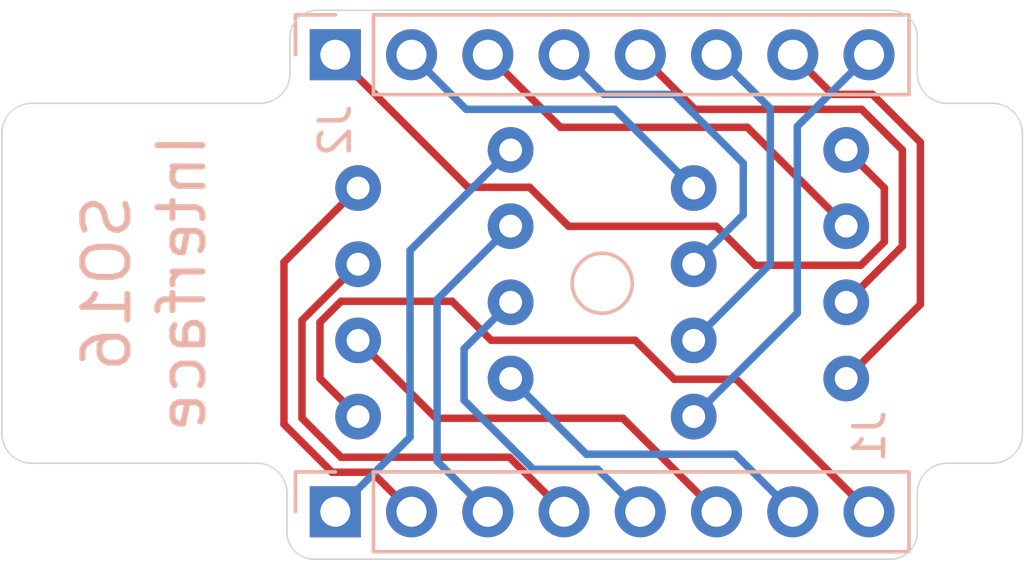
<source format=kicad_pcb>
(kicad_pcb (version 20171130) (host pcbnew 5.1.4+dfsg1-1)

  (general
    (thickness 1.6)
    (drawings 26)
    (tracks 85)
    (zones 0)
    (modules 3)
    (nets 17)
  )

  (page A4)
  (layers
    (0 F.Cu signal)
    (31 B.Cu signal)
    (32 B.Adhes user)
    (33 F.Adhes user)
    (34 B.Paste user)
    (35 F.Paste user)
    (36 B.SilkS user)
    (37 F.SilkS user)
    (38 B.Mask user)
    (39 F.Mask user)
    (40 Dwgs.User user hide)
    (41 Cmts.User user)
    (42 Eco1.User user)
    (43 Eco2.User user)
    (44 Edge.Cuts user)
    (45 Margin user)
    (46 B.CrtYd user hide)
    (47 F.CrtYd user hide)
    (48 B.Fab user)
    (49 F.Fab user hide)
  )

  (setup
    (last_trace_width 0.25)
    (trace_clearance 0.2)
    (zone_clearance 0.508)
    (zone_45_only no)
    (trace_min 0.2)
    (via_size 0.8)
    (via_drill 0.4)
    (via_min_size 0.4)
    (via_min_drill 0.3)
    (uvia_size 0.3)
    (uvia_drill 0.1)
    (uvias_allowed no)
    (uvia_min_size 0.2)
    (uvia_min_drill 0.1)
    (edge_width 0.05)
    (segment_width 0.2)
    (pcb_text_width 0.3)
    (pcb_text_size 1.5 1.5)
    (mod_edge_width 0.12)
    (mod_text_size 1 1)
    (mod_text_width 0.15)
    (pad_size 1.524 1.524)
    (pad_drill 0.762)
    (pad_to_mask_clearance 0.051)
    (solder_mask_min_width 0.25)
    (aux_axis_origin 0 0)
    (visible_elements FFFFF77F)
    (pcbplotparams
      (layerselection 0x010f0_ffffffff)
      (usegerberextensions false)
      (usegerberattributes false)
      (usegerberadvancedattributes false)
      (creategerberjobfile false)
      (excludeedgelayer true)
      (linewidth 0.100000)
      (plotframeref false)
      (viasonmask false)
      (mode 1)
      (useauxorigin false)
      (hpglpennumber 1)
      (hpglpenspeed 20)
      (hpglpendiameter 15.000000)
      (psnegative false)
      (psa4output false)
      (plotreference true)
      (plotvalue false)
      (plotinvisibletext false)
      (padsonsilk false)
      (subtractmaskfromsilk false)
      (outputformat 1)
      (mirror false)
      (drillshape 0)
      (scaleselection 1)
      (outputdirectory "SO16-Gerbs/"))
  )

  (net 0 "")
  (net 1 "Net-(Conn1-Pad8)")
  (net 2 "Net-(Conn1-Pad7)")
  (net 3 "Net-(Conn1-Pad6)")
  (net 4 "Net-(Conn1-Pad5)")
  (net 5 "Net-(Conn1-Pad4)")
  (net 6 "Net-(Conn1-Pad3)")
  (net 7 "Net-(Conn1-Pad2)")
  (net 8 "Net-(Conn1-Pad1)")
  (net 9 "Net-(Conn1-Pad9)")
  (net 10 "Net-(Conn1-Pad10)")
  (net 11 "Net-(Conn1-Pad11)")
  (net 12 "Net-(Conn1-Pad12)")
  (net 13 "Net-(Conn1-Pad13)")
  (net 14 "Net-(Conn1-Pad14)")
  (net 15 "Net-(Conn1-Pad15)")
  (net 16 "Net-(Conn1-Pad16)")

  (net_class Default "This is the default net class."
    (clearance 0.2)
    (trace_width 0.25)
    (via_dia 0.8)
    (via_drill 0.4)
    (uvia_dia 0.3)
    (uvia_drill 0.1)
    (add_net "Net-(Conn1-Pad1)")
    (add_net "Net-(Conn1-Pad10)")
    (add_net "Net-(Conn1-Pad11)")
    (add_net "Net-(Conn1-Pad12)")
    (add_net "Net-(Conn1-Pad13)")
    (add_net "Net-(Conn1-Pad14)")
    (add_net "Net-(Conn1-Pad15)")
    (add_net "Net-(Conn1-Pad16)")
    (add_net "Net-(Conn1-Pad2)")
    (add_net "Net-(Conn1-Pad3)")
    (add_net "Net-(Conn1-Pad4)")
    (add_net "Net-(Conn1-Pad5)")
    (add_net "Net-(Conn1-Pad6)")
    (add_net "Net-(Conn1-Pad7)")
    (add_net "Net-(Conn1-Pad8)")
    (add_net "Net-(Conn1-Pad9)")
  )

  (module Connector_PinHeader_2.54mm:PinHeader_1x08_P2.54mm_Vertical (layer B.Cu) (tedit 59FED5CC) (tstamp 5F189DA5)
    (at 91.11 107.62 270)
    (descr "Through hole straight pin header, 1x08, 2.54mm pitch, single row")
    (tags "Through hole pin header THT 1x08 2.54mm single row")
    (path /5EF0CC18)
    (fp_text reference J1 (at -2.52 -17.79 270) (layer B.SilkS)
      (effects (font (size 1 1) (thickness 0.15)) (justify mirror))
    )
    (fp_text value Conn_01x08_Male (at 0 -20.11 270) (layer B.Fab) hide
      (effects (font (size 1 1) (thickness 0.15)) (justify mirror))
    )
    (fp_text user %R (at 2.75 -8.75) (layer B.Fab) hide
      (effects (font (size 1 1) (thickness 0.15)) (justify mirror))
    )
    (fp_line (start 1.8 1.8) (end -1.8 1.8) (layer B.CrtYd) (width 0.05))
    (fp_line (start 1.8 -19.55) (end 1.8 1.8) (layer B.CrtYd) (width 0.05))
    (fp_line (start -1.8 -19.55) (end 1.8 -19.55) (layer B.CrtYd) (width 0.05))
    (fp_line (start -1.8 1.8) (end -1.8 -19.55) (layer B.CrtYd) (width 0.05))
    (fp_line (start -1.33 1.33) (end 0 1.33) (layer B.SilkS) (width 0.12))
    (fp_line (start -1.33 0) (end -1.33 1.33) (layer B.SilkS) (width 0.12))
    (fp_line (start -1.33 -1.27) (end 1.33 -1.27) (layer B.SilkS) (width 0.12))
    (fp_line (start 1.33 -1.27) (end 1.33 -19.11) (layer B.SilkS) (width 0.12))
    (fp_line (start -1.33 -1.27) (end -1.33 -19.11) (layer B.SilkS) (width 0.12))
    (fp_line (start -1.33 -19.11) (end 1.33 -19.11) (layer B.SilkS) (width 0.12))
    (fp_line (start -1.27 0.635) (end -0.635 1.27) (layer B.Fab) (width 0.1))
    (fp_line (start -1.27 -19.05) (end -1.27 0.635) (layer B.Fab) (width 0.1))
    (fp_line (start 1.27 -19.05) (end -1.27 -19.05) (layer B.Fab) (width 0.1))
    (fp_line (start 1.27 1.27) (end 1.27 -19.05) (layer B.Fab) (width 0.1))
    (fp_line (start -0.635 1.27) (end 1.27 1.27) (layer B.Fab) (width 0.1))
    (pad 8 thru_hole oval (at 0 -17.78 270) (size 1.7 1.7) (drill 1) (layers *.Cu *.Mask)
      (net 1 "Net-(Conn1-Pad8)"))
    (pad 7 thru_hole oval (at 0 -15.24 270) (size 1.7 1.7) (drill 1) (layers *.Cu *.Mask)
      (net 2 "Net-(Conn1-Pad7)"))
    (pad 6 thru_hole oval (at 0 -12.7 270) (size 1.7 1.7) (drill 1) (layers *.Cu *.Mask)
      (net 3 "Net-(Conn1-Pad6)"))
    (pad 5 thru_hole oval (at 0 -10.16 270) (size 1.7 1.7) (drill 1) (layers *.Cu *.Mask)
      (net 4 "Net-(Conn1-Pad5)"))
    (pad 4 thru_hole oval (at 0 -7.62 270) (size 1.7 1.7) (drill 1) (layers *.Cu *.Mask)
      (net 5 "Net-(Conn1-Pad4)"))
    (pad 3 thru_hole oval (at 0 -5.08 270) (size 1.7 1.7) (drill 1) (layers *.Cu *.Mask)
      (net 6 "Net-(Conn1-Pad3)"))
    (pad 2 thru_hole oval (at 0 -2.54 270) (size 1.7 1.7) (drill 1) (layers *.Cu *.Mask)
      (net 7 "Net-(Conn1-Pad2)"))
    (pad 1 thru_hole rect (at 0 0 270) (size 1.7 1.7) (drill 1) (layers *.Cu *.Mask)
      (net 8 "Net-(Conn1-Pad1)"))
    (model ${KISYS3DMOD}/Connector_PinHeader_2.54mm.3dshapes/PinHeader_1x08_P2.54mm_Vertical.wrl
      (at (xyz 0 0 0))
      (scale (xyz 1 1 1))
      (rotate (xyz 0 0 0))
    )
  )

  (module nFootprints:SO16-7383 (layer F.Cu) (tedit 5EF0B992) (tstamp 5EF0B619)
    (at 100 100)
    (path /5EF0181B)
    (fp_text reference Conn1 (at -16.3 0) (layer B.SilkS) hide
      (effects (font (size 1 1) (thickness 0.15)) (justify mirror))
    )
    (fp_text value SO16 (at -16.5 0 90) (layer B.SilkS)
      (effects (font (size 1.5 1.5) (thickness 0.2)) (justify mirror))
    )
    (fp_circle (center 0 0) (end 1 0) (layer B.SilkS) (width 0.12))
    (fp_line (start -20 6) (end -20 -6) (layer Dwgs.User) (width 0.12))
    (fp_line (start 14 6) (end -20 6) (layer Dwgs.User) (width 0.12))
    (fp_line (start 14 -6) (end 14 6) (layer Dwgs.User) (width 0.12))
    (fp_line (start -20 -6) (end 14 -6) (layer Dwgs.User) (width 0.12))
    (pad "" np_thru_hole circle (at 0 0) (size 1.6 1.6) (drill 1.6) (layers *.Cu *.Mask))
    (pad 16 thru_hole circle (at 8.13 -4.445) (size 1.524 1.524) (drill 0.762) (layers *.Cu *.Mask)
      (net 16 "Net-(Conn1-Pad16)"))
    (pad 15 thru_hole circle (at 3.05 -3.175) (size 1.524 1.524) (drill 0.762) (layers *.Cu *.Mask)
      (net 15 "Net-(Conn1-Pad15)"))
    (pad 14 thru_hole circle (at 8.13 -1.905) (size 1.524 1.524) (drill 0.762) (layers *.Cu *.Mask)
      (net 14 "Net-(Conn1-Pad14)"))
    (pad 13 thru_hole circle (at 3.05 -0.635) (size 1.524 1.524) (drill 0.762) (layers *.Cu *.Mask)
      (net 13 "Net-(Conn1-Pad13)"))
    (pad 12 thru_hole circle (at 8.13 0.635) (size 1.524 1.524) (drill 0.762) (layers *.Cu *.Mask)
      (net 12 "Net-(Conn1-Pad12)"))
    (pad 11 thru_hole circle (at 3.05 1.905) (size 1.524 1.524) (drill 0.762) (layers *.Cu *.Mask)
      (net 11 "Net-(Conn1-Pad11)"))
    (pad 10 thru_hole circle (at 8.13 3.175) (size 1.524 1.524) (drill 0.762) (layers *.Cu *.Mask)
      (net 10 "Net-(Conn1-Pad10)"))
    (pad 9 thru_hole circle (at 3.05 4.445) (size 1.524 1.524) (drill 0.762) (layers *.Cu *.Mask)
      (net 9 "Net-(Conn1-Pad9)"))
    (pad 8 thru_hole circle (at -8.13 4.445) (size 1.524 1.524) (drill 0.762) (layers *.Cu *.Mask)
      (net 1 "Net-(Conn1-Pad8)"))
    (pad 7 thru_hole circle (at -3.05 3.175) (size 1.524 1.524) (drill 0.762) (layers *.Cu *.Mask)
      (net 2 "Net-(Conn1-Pad7)"))
    (pad 6 thru_hole circle (at -8.13 1.905) (size 1.524 1.524) (drill 0.762) (layers *.Cu *.Mask)
      (net 3 "Net-(Conn1-Pad6)"))
    (pad 5 thru_hole circle (at -3.05 0.635) (size 1.524 1.524) (drill 0.762) (layers *.Cu *.Mask)
      (net 4 "Net-(Conn1-Pad5)"))
    (pad 4 thru_hole circle (at -8.13 -0.635) (size 1.524 1.524) (drill 0.762) (layers *.Cu *.Mask)
      (net 5 "Net-(Conn1-Pad4)"))
    (pad 3 thru_hole circle (at -3.05 -1.905) (size 1.524 1.524) (drill 0.762) (layers *.Cu *.Mask)
      (net 6 "Net-(Conn1-Pad3)"))
    (pad 2 thru_hole circle (at -8.13 -3.175) (size 1.524 1.524) (drill 0.762) (layers *.Cu *.Mask)
      (net 7 "Net-(Conn1-Pad2)"))
    (pad 1 thru_hole circle (at -3.05 -4.445) (size 1.524 1.524) (drill 0.762) (layers *.Cu *.Mask)
      (net 8 "Net-(Conn1-Pad1)"))
  )

  (module Connector_PinHeader_2.54mm:PinHeader_1x08_P2.54mm_Vertical (layer B.Cu) (tedit 59FED5CC) (tstamp 5EEFA2B4)
    (at 91.11 92.38 270)
    (descr "Through hole straight pin header, 1x08, 2.54mm pitch, single row")
    (tags "Through hole pin header THT 1x08 2.54mm single row")
    (path /5EF0F32F)
    (fp_text reference J2 (at 2.52 0.01 270) (layer B.SilkS)
      (effects (font (size 1 1) (thickness 0.15)) (justify mirror))
    )
    (fp_text value Conn_01x08_Male (at 0 -20.11 270) (layer B.Fab) hide
      (effects (font (size 1 1) (thickness 0.15)) (justify mirror))
    )
    (fp_line (start -0.635 1.27) (end 1.27 1.27) (layer B.Fab) (width 0.1))
    (fp_line (start 1.27 1.27) (end 1.27 -19.05) (layer B.Fab) (width 0.1))
    (fp_line (start 1.27 -19.05) (end -1.27 -19.05) (layer B.Fab) (width 0.1))
    (fp_line (start -1.27 -19.05) (end -1.27 0.635) (layer B.Fab) (width 0.1))
    (fp_line (start -1.27 0.635) (end -0.635 1.27) (layer B.Fab) (width 0.1))
    (fp_line (start -1.33 -19.11) (end 1.33 -19.11) (layer B.SilkS) (width 0.12))
    (fp_line (start -1.33 -1.27) (end -1.33 -19.11) (layer B.SilkS) (width 0.12))
    (fp_line (start 1.33 -1.27) (end 1.33 -19.11) (layer B.SilkS) (width 0.12))
    (fp_line (start -1.33 -1.27) (end 1.33 -1.27) (layer B.SilkS) (width 0.12))
    (fp_line (start -1.33 0) (end -1.33 1.33) (layer B.SilkS) (width 0.12))
    (fp_line (start -1.33 1.33) (end 0 1.33) (layer B.SilkS) (width 0.12))
    (fp_line (start -1.8 1.8) (end -1.8 -19.55) (layer B.CrtYd) (width 0.05))
    (fp_line (start -1.8 -19.55) (end 1.8 -19.55) (layer B.CrtYd) (width 0.05))
    (fp_line (start 1.8 -19.55) (end 1.8 1.8) (layer B.CrtYd) (width 0.05))
    (fp_line (start 1.8 1.8) (end -1.8 1.8) (layer B.CrtYd) (width 0.05))
    (fp_text user %R (at 4.25 -7.25) (layer B.Fab) hide
      (effects (font (size 1 1) (thickness 0.15)) (justify mirror))
    )
    (pad 1 thru_hole rect (at 0 0 270) (size 1.7 1.7) (drill 1) (layers *.Cu *.Mask)
      (net 16 "Net-(Conn1-Pad16)"))
    (pad 2 thru_hole oval (at 0 -2.54 270) (size 1.7 1.7) (drill 1) (layers *.Cu *.Mask)
      (net 15 "Net-(Conn1-Pad15)"))
    (pad 3 thru_hole oval (at 0 -5.08 270) (size 1.7 1.7) (drill 1) (layers *.Cu *.Mask)
      (net 14 "Net-(Conn1-Pad14)"))
    (pad 4 thru_hole oval (at 0 -7.62 270) (size 1.7 1.7) (drill 1) (layers *.Cu *.Mask)
      (net 13 "Net-(Conn1-Pad13)"))
    (pad 5 thru_hole oval (at 0 -10.16 270) (size 1.7 1.7) (drill 1) (layers *.Cu *.Mask)
      (net 12 "Net-(Conn1-Pad12)"))
    (pad 6 thru_hole oval (at 0 -12.7 270) (size 1.7 1.7) (drill 1) (layers *.Cu *.Mask)
      (net 11 "Net-(Conn1-Pad11)"))
    (pad 7 thru_hole oval (at 0 -15.24 270) (size 1.7 1.7) (drill 1) (layers *.Cu *.Mask)
      (net 10 "Net-(Conn1-Pad10)"))
    (pad 8 thru_hole oval (at 0 -17.78 270) (size 1.7 1.7) (drill 1) (layers *.Cu *.Mask)
      (net 9 "Net-(Conn1-Pad9)"))
    (model ${KISYS3DMOD}/Connector_PinHeader_2.54mm.3dshapes/PinHeader_1x08_P2.54mm_Vertical.wrl
      (at (xyz 0 0 0))
      (scale (xyz 1 1 1))
      (rotate (xyz 0 0 0))
    )
  )

  (gr_text Interface (at 86 100 90) (layer B.SilkS)
    (effects (font (size 1.5 1.5) (thickness 0.2)) (justify mirror))
  )
  (gr_arc (start 109.6 91.8) (end 110.5 91.8) (angle -90) (layer Edge.Cuts) (width 0.05))
  (gr_arc (start 113 95) (end 114 95) (angle -90) (layer Edge.Cuts) (width 0.05))
  (gr_arc (start 113 105) (end 113 106) (angle -90) (layer Edge.Cuts) (width 0.05))
  (gr_arc (start 109.6 108.3) (end 109.6 109.2) (angle -90) (layer Edge.Cuts) (width 0.05))
  (gr_arc (start 90.4 108.3) (end 89.5 108.3) (angle -90) (layer Edge.Cuts) (width 0.05))
  (gr_arc (start 81 105) (end 80 105) (angle -90) (layer Edge.Cuts) (width 0.05))
  (gr_arc (start 81 95) (end 81 94) (angle -90) (layer Edge.Cuts) (width 0.05))
  (gr_line (start 89.6 91.8) (end 89.6 93) (layer Edge.Cuts) (width 0.05) (tstamp 5EF0ACDA))
  (gr_arc (start 90.5 91.8) (end 90.5 90.9) (angle -90) (layer Edge.Cuts) (width 0.05))
  (gr_line (start 89.6 90.9) (end 91.2 92.5) (layer Dwgs.User) (width 0.15))
  (gr_arc (start 111.5 93) (end 110.5 93) (angle -90) (layer Edge.Cuts) (width 0.05))
  (gr_arc (start 88.6 93) (end 88.6 94) (angle -90) (layer Edge.Cuts) (width 0.05))
  (gr_arc (start 88.5 107) (end 89.5 107) (angle -90) (layer Edge.Cuts) (width 0.05))
  (gr_arc (start 111.5 107) (end 111.5 106) (angle -90) (layer Edge.Cuts) (width 0.05))
  (gr_line (start 111.5 94) (end 113 94) (layer Edge.Cuts) (width 0.05) (tstamp 5EF0A910))
  (gr_line (start 110.5 91.8) (end 110.5 93) (layer Edge.Cuts) (width 0.05))
  (gr_line (start 90.5 90.9) (end 109.6 90.9) (layer Edge.Cuts) (width 0.05) (tstamp 5EF0ACCE))
  (gr_line (start 81 94) (end 88.6 94) (layer Edge.Cuts) (width 0.05))
  (gr_line (start 80 105) (end 80 95) (layer Edge.Cuts) (width 0.05))
  (gr_line (start 88.5 106) (end 81 106) (layer Edge.Cuts) (width 0.05))
  (gr_line (start 89.5 108.3) (end 89.5 107) (layer Edge.Cuts) (width 0.05))
  (gr_line (start 109.6 109.2) (end 90.4 109.2) (layer Edge.Cuts) (width 0.05))
  (gr_line (start 110.5 107) (end 110.5 108.3) (layer Edge.Cuts) (width 0.05))
  (gr_line (start 113 106) (end 111.5 106) (layer Edge.Cuts) (width 0.05))
  (gr_line (start 114 95) (end 114 105) (layer Edge.Cuts) (width 0.05))

  (segment (start 95 100.6) (end 96.3 101.9) (width 0.25) (layer F.Cu) (net 1))
  (segment (start 90.6 101.3) (end 91.3 100.6) (width 0.25) (layer F.Cu) (net 1))
  (segment (start 91.87 104.445) (end 90.6 103.175) (width 0.25) (layer F.Cu) (net 1))
  (segment (start 91.3 100.6) (end 95 100.6) (width 0.25) (layer F.Cu) (net 1))
  (segment (start 90.6 103.175) (end 90.6 101.3) (width 0.25) (layer F.Cu) (net 1))
  (segment (start 101.1 101.9) (end 102.4 103.2) (width 0.25) (layer F.Cu) (net 1))
  (segment (start 96.3 101.9) (end 101.1 101.9) (width 0.25) (layer F.Cu) (net 1))
  (segment (start 102.4 103.2) (end 104.47 103.2) (width 0.25) (layer F.Cu) (net 1))
  (segment (start 108.040001 106.770001) (end 108.89 107.62) (width 0.25) (layer F.Cu) (net 1))
  (segment (start 104.47 103.2) (end 108.040001 106.770001) (width 0.25) (layer F.Cu) (net 1))
  (segment (start 104.43 105.7) (end 105.500001 106.770001) (width 0.25) (layer B.Cu) (net 2))
  (segment (start 105.500001 106.770001) (end 106.35 107.62) (width 0.25) (layer B.Cu) (net 2))
  (segment (start 96.95 103.175) (end 99.475 105.7) (width 0.25) (layer B.Cu) (net 2))
  (segment (start 99.475 105.7) (end 104.43 105.7) (width 0.25) (layer B.Cu) (net 2))
  (segment (start 102.960001 106.770001) (end 103.81 107.62) (width 0.25) (layer F.Cu) (net 3))
  (segment (start 100.69 104.5) (end 102.960001 106.770001) (width 0.25) (layer F.Cu) (net 3))
  (segment (start 91.87 101.905) (end 94.465 104.5) (width 0.25) (layer F.Cu) (net 3))
  (segment (start 94.465 104.5) (end 100.69 104.5) (width 0.25) (layer F.Cu) (net 3))
  (segment (start 95.4 102.185) (end 95.4 103.9) (width 0.25) (layer B.Cu) (net 4))
  (segment (start 96.95 100.635) (end 95.4 102.185) (width 0.25) (layer B.Cu) (net 4))
  (segment (start 100.420001 106.770001) (end 101.27 107.62) (width 0.25) (layer B.Cu) (net 4))
  (segment (start 95.4 103.9) (end 97.7 106.2) (width 0.25) (layer B.Cu) (net 4))
  (segment (start 97.7 106.2) (end 99.85 106.2) (width 0.25) (layer B.Cu) (net 4))
  (segment (start 99.85 106.2) (end 100.420001 106.770001) (width 0.25) (layer B.Cu) (net 4))
  (segment (start 97.880001 106.770001) (end 98.73 107.62) (width 0.25) (layer F.Cu) (net 5))
  (segment (start 90 101.235) (end 90 104.5) (width 0.25) (layer F.Cu) (net 5))
  (segment (start 96.91 105.8) (end 97.880001 106.770001) (width 0.25) (layer F.Cu) (net 5))
  (segment (start 91.87 99.365) (end 90 101.235) (width 0.25) (layer F.Cu) (net 5))
  (segment (start 90 104.5) (end 91.3 105.8) (width 0.25) (layer F.Cu) (net 5))
  (segment (start 91.3 105.8) (end 96.91 105.8) (width 0.25) (layer F.Cu) (net 5))
  (segment (start 95.340001 106.770001) (end 96.19 107.62) (width 0.25) (layer B.Cu) (net 6))
  (segment (start 96.95 98.095) (end 94.5 100.545) (width 0.25) (layer B.Cu) (net 6))
  (segment (start 94.5 105.93) (end 95.340001 106.770001) (width 0.25) (layer B.Cu) (net 6))
  (segment (start 94.5 100.545) (end 94.5 105.93) (width 0.25) (layer B.Cu) (net 6))
  (segment (start 92.800001 106.770001) (end 93.65 107.62) (width 0.25) (layer F.Cu) (net 7))
  (segment (start 89.4 99.295) (end 89.4 104.7) (width 0.25) (layer F.Cu) (net 7))
  (segment (start 89.4 104.7) (end 91 106.3) (width 0.25) (layer F.Cu) (net 7))
  (segment (start 91 106.3) (end 92.33 106.3) (width 0.25) (layer F.Cu) (net 7))
  (segment (start 91.87 96.825) (end 89.4 99.295) (width 0.25) (layer F.Cu) (net 7))
  (segment (start 92.33 106.3) (end 92.800001 106.770001) (width 0.25) (layer F.Cu) (net 7))
  (segment (start 96.95 95.555) (end 93.6 98.905) (width 0.25) (layer B.Cu) (net 8))
  (segment (start 93.6 105.13) (end 91.11 107.62) (width 0.25) (layer B.Cu) (net 8))
  (segment (start 93.6 98.905) (end 93.6 105.13) (width 0.25) (layer B.Cu) (net 8))
  (segment (start 108.040001 93.229999) (end 108.89 92.38) (width 0.25) (layer B.Cu) (net 9))
  (segment (start 106.5 94.77) (end 108.040001 93.229999) (width 0.25) (layer B.Cu) (net 9))
  (segment (start 103.05 104.445) (end 106.5 100.995) (width 0.25) (layer B.Cu) (net 9))
  (segment (start 106.5 100.995) (end 106.5 94.77) (width 0.25) (layer B.Cu) (net 9))
  (segment (start 107.199999 93.229999) (end 106.35 92.38) (width 0.25) (layer F.Cu) (net 10))
  (segment (start 110.6 100.705) (end 110.6 95.3) (width 0.25) (layer F.Cu) (net 10))
  (segment (start 108.13 103.175) (end 110.6 100.705) (width 0.25) (layer F.Cu) (net 10))
  (segment (start 110.6 95.3) (end 109 93.7) (width 0.25) (layer F.Cu) (net 10))
  (segment (start 109 93.7) (end 107.67 93.7) (width 0.25) (layer F.Cu) (net 10))
  (segment (start 107.67 93.7) (end 107.199999 93.229999) (width 0.25) (layer F.Cu) (net 10))
  (segment (start 104.659999 93.229999) (end 103.81 92.38) (width 0.25) (layer B.Cu) (net 11))
  (segment (start 105.6 94.17) (end 104.659999 93.229999) (width 0.25) (layer B.Cu) (net 11))
  (segment (start 103.05 101.905) (end 105.6 99.355) (width 0.25) (layer B.Cu) (net 11))
  (segment (start 105.6 99.355) (end 105.6 94.17) (width 0.25) (layer B.Cu) (net 11))
  (segment (start 110 98.765) (end 110 95.558119) (width 0.25) (layer F.Cu) (net 12))
  (segment (start 103.09 94.2) (end 102.119999 93.229999) (width 0.25) (layer F.Cu) (net 12))
  (segment (start 108.13 100.635) (end 110 98.765) (width 0.25) (layer F.Cu) (net 12))
  (segment (start 102.119999 93.229999) (end 101.27 92.38) (width 0.25) (layer F.Cu) (net 12))
  (segment (start 110 95.558119) (end 108.641881 94.2) (width 0.25) (layer F.Cu) (net 12))
  (segment (start 108.641881 94.2) (end 103.09 94.2) (width 0.25) (layer F.Cu) (net 12))
  (segment (start 99.579999 93.229999) (end 98.73 92.38) (width 0.25) (layer B.Cu) (net 13))
  (segment (start 104.7 97.715) (end 104.7 96) (width 0.25) (layer B.Cu) (net 13))
  (segment (start 102.4 93.7) (end 100.05 93.7) (width 0.25) (layer B.Cu) (net 13))
  (segment (start 100.05 93.7) (end 99.579999 93.229999) (width 0.25) (layer B.Cu) (net 13))
  (segment (start 103.05 99.365) (end 104.7 97.715) (width 0.25) (layer B.Cu) (net 13))
  (segment (start 104.7 96) (end 102.4 93.7) (width 0.25) (layer B.Cu) (net 13))
  (segment (start 108.13 98.095) (end 104.835 94.8) (width 0.25) (layer F.Cu) (net 14))
  (segment (start 98.61 94.8) (end 96.19 92.38) (width 0.25) (layer F.Cu) (net 14))
  (segment (start 104.835 94.8) (end 98.61 94.8) (width 0.25) (layer F.Cu) (net 14))
  (segment (start 94.499999 93.229999) (end 93.65 92.38) (width 0.25) (layer B.Cu) (net 15))
  (segment (start 95.47 94.2) (end 94.499999 93.229999) (width 0.25) (layer B.Cu) (net 15))
  (segment (start 103.05 96.825) (end 100.425 94.2) (width 0.25) (layer B.Cu) (net 15))
  (segment (start 100.425 94.2) (end 95.47 94.2) (width 0.25) (layer B.Cu) (net 15))
  (segment (start 97.581881 96.8) (end 95.53 96.8) (width 0.25) (layer F.Cu) (net 16))
  (segment (start 98.881881 98.1) (end 97.581881 96.8) (width 0.25) (layer F.Cu) (net 16))
  (segment (start 95.53 96.8) (end 91.11 92.38) (width 0.25) (layer F.Cu) (net 16))
  (segment (start 103.8 98.1) (end 98.881881 98.1) (width 0.25) (layer F.Cu) (net 16))
  (segment (start 109.4 96.825) (end 109.4 98.616881) (width 0.25) (layer F.Cu) (net 16))
  (segment (start 108.13 95.555) (end 109.4 96.825) (width 0.25) (layer F.Cu) (net 16))
  (segment (start 109.4 98.616881) (end 108.616881 99.4) (width 0.25) (layer F.Cu) (net 16))
  (segment (start 108.616881 99.4) (end 105.1 99.4) (width 0.25) (layer F.Cu) (net 16))
  (segment (start 105.1 99.4) (end 103.8 98.1) (width 0.25) (layer F.Cu) (net 16))

)

</source>
